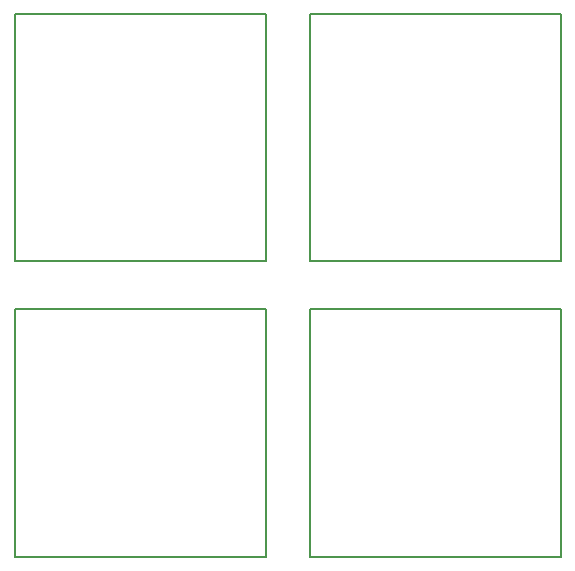
<source format=gbr>
%MOIN*%
%OFA0B0*%
%FSLAX26Y26*%
%IPPOS*%
%LPD*%
%ADD11C,0.005512*%
%ADD23C,0.005512*%
%ADD35C,0.005512*%
%ADD47C,0.005512*%
%LPD*%
G90*
G75*
G01*
X00078739Y00903739D02*
D11*
X00078739Y00078739D01*
X00916239Y00078739D01*
X00916239Y00903739D01*
X00078739Y00903739D01*
G90*
G75*
G01*
X00078739Y01887991D02*
D23*
X00078739Y01062991D01*
X00916239Y01062991D01*
X00916239Y01887991D01*
X00078739Y01887991D01*
G04 next file*
%LPD*%
G90*
G75*
G01*
X01062991Y01887991D02*
D35*
X01062991Y01062991D01*
X01900491Y01062991D01*
X01900491Y01887991D01*
X01062991Y01887991D01*
G04 next file*
G04 DipTrace 3.3.1.1*
G04 BoardOutline.gbr*
G04 #@! TF.FileFunction,Profile*
G04 #@! TF.Part,Single*
G04*
G04 skipping 70
G90*
G75*
G01*
G04 BoardOutline*
X01062991Y00903739D02*
D47*
X01062991Y00078739D01*
X01900491Y00078739D01*
X01900491Y00903739D01*
X01062991Y00903739D01*
M02*
</source>
